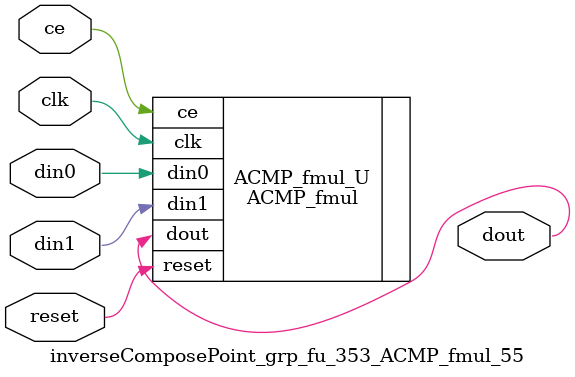
<source format=v>

`timescale 1 ns / 1 ps
module inverseComposePoint_grp_fu_353_ACMP_fmul_55(
    clk,
    reset,
    ce,
    din0,
    din1,
    dout);

parameter ID = 32'd1;
parameter NUM_STAGE = 32'd1;
parameter din0_WIDTH = 32'd1;
parameter din1_WIDTH = 32'd1;
parameter dout_WIDTH = 32'd1;
input clk;
input reset;
input ce;
input[din0_WIDTH - 1:0] din0;
input[din1_WIDTH - 1:0] din1;
output[dout_WIDTH - 1:0] dout;



ACMP_fmul #(
.ID( ID ),
.NUM_STAGE( 4 ),
.din0_WIDTH( din0_WIDTH ),
.din1_WIDTH( din1_WIDTH ),
.dout_WIDTH( dout_WIDTH ))
ACMP_fmul_U(
    .clk( clk ),
    .reset( reset ),
    .ce( ce ),
    .din0( din0 ),
    .din1( din1 ),
    .dout( dout ));

endmodule

</source>
